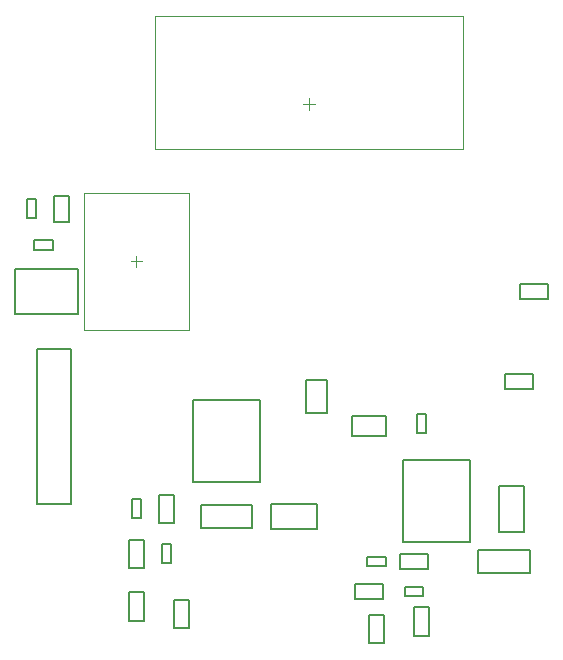
<source format=gbr>
G04*
G04 #@! TF.GenerationSoftware,Altium Limited,Altium Designer,24.0.1 (36)*
G04*
G04 Layer_Color=32768*
%FSLAX25Y25*%
%MOIN*%
G70*
G04*
G04 #@! TF.SameCoordinates,852D5C1C-0582-447D-AFC5-A22B4F0E1159*
G04*
G04*
G04 #@! TF.FilePolarity,Positive*
G04*
G01*
G75*
%ADD12C,0.00787*%
%ADD61C,0.00197*%
D12*
X173591Y146307D02*
Y173693D01*
X151409Y146307D02*
X173591D01*
X151409D02*
Y173693D01*
X173591D01*
X75138Y117776D02*
X79862D01*
Y127224D01*
X75138D02*
X79862D01*
X75138Y117776D02*
Y127224D01*
X199724Y227638D02*
Y232362D01*
X190276D02*
X199724D01*
X190276Y227638D02*
Y232362D01*
Y227638D02*
X199724D01*
X140138Y122224D02*
X144862D01*
X140138Y112776D02*
Y122224D01*
Y112776D02*
X144862D01*
Y122224D01*
X155138Y124823D02*
X159862D01*
X155138Y115177D02*
Y124823D01*
Y115177D02*
X159862D01*
Y124823D01*
X60138Y129823D02*
X64862D01*
X60138Y120177D02*
Y129823D01*
Y120177D02*
X64862D01*
Y129823D01*
X29213Y210886D02*
X40787D01*
X29213Y159114D02*
Y210886D01*
Y159114D02*
X40787D01*
Y210886D01*
X70138Y152776D02*
X74862D01*
Y162224D01*
X70138D02*
X74862D01*
X70138Y152776D02*
Y162224D01*
X60925Y154350D02*
X64075D01*
Y160650D01*
X60925D02*
X64075D01*
X60925Y154350D02*
Y160650D01*
X60138Y147224D02*
X64862D01*
X60138Y137776D02*
Y147224D01*
Y137776D02*
X64862D01*
Y147224D01*
X70925Y145650D02*
X74075D01*
X70925Y139350D02*
Y145650D01*
Y139350D02*
X74075D01*
Y145650D01*
X101161Y151260D02*
Y158740D01*
X83839D02*
X101161D01*
X83839Y151260D02*
Y158740D01*
Y151260D02*
X101161D01*
X122595Y150929D02*
Y159071D01*
X107405D02*
X122595D01*
X107405Y150929D02*
Y159071D01*
Y150929D02*
X122595D01*
X81410Y193693D02*
X103591D01*
X81410Y166307D02*
Y193693D01*
Y166307D02*
X103591D01*
Y193693D01*
X144724Y127638D02*
Y132362D01*
X135276D02*
X144724D01*
X135276Y127638D02*
Y132362D01*
Y127638D02*
X144724D01*
X145650Y138425D02*
Y141575D01*
X139350D02*
X145650D01*
X139350Y138425D02*
Y141575D01*
Y138425D02*
X145650D01*
X151850Y128425D02*
Y131575D01*
Y128425D02*
X158150D01*
Y131575D01*
X151850D02*
X158150D01*
X150276Y137638D02*
Y142362D01*
Y137638D02*
X159724D01*
Y142362D01*
X150276D02*
X159724D01*
X193661Y136260D02*
Y143740D01*
X176339D02*
X193661D01*
X176339Y136260D02*
Y143740D01*
Y136260D02*
X193661D01*
X183429Y165095D02*
X191571D01*
X183429Y149905D02*
Y165095D01*
Y149905D02*
X191571D01*
Y165095D01*
X194724Y197638D02*
Y202362D01*
X185276D02*
X194724D01*
X185276Y197638D02*
Y202362D01*
Y197638D02*
X194724D01*
X145512Y181653D02*
Y188347D01*
X134488D02*
X145512D01*
X134488Y181653D02*
Y188347D01*
Y181653D02*
X145512D01*
X21864Y222520D02*
Y237480D01*
Y222520D02*
X43136D01*
Y237480D01*
X21864D02*
X43136D01*
X35138Y253268D02*
X39862D01*
Y261732D01*
X35138D02*
X39862D01*
X35138Y253268D02*
Y261732D01*
X25925Y254350D02*
X29075D01*
Y260650D01*
X25925D02*
X29075D01*
X25925Y254350D02*
Y260650D01*
X155925Y189150D02*
X159075D01*
X155925Y182850D02*
Y189150D01*
Y182850D02*
X159075D01*
Y189150D01*
X28350Y243925D02*
Y247075D01*
Y243925D02*
X34650D01*
Y247075D01*
X28350D02*
X34650D01*
X119153Y200512D02*
X125847D01*
X119153Y189488D02*
Y200512D01*
Y189488D02*
X125847D01*
Y200512D01*
D61*
X44980Y217165D02*
Y262835D01*
X80020D01*
Y217165D02*
Y262835D01*
X44980Y217165D02*
X80020D01*
X62500Y238032D02*
Y241968D01*
X60532Y240000D02*
X64468D01*
X118032Y292500D02*
X121968D01*
X120000Y290531D02*
Y294468D01*
X68622Y277559D02*
X171378D01*
X68622D02*
Y321909D01*
X171378D01*
Y277559D02*
Y321909D01*
M02*

</source>
